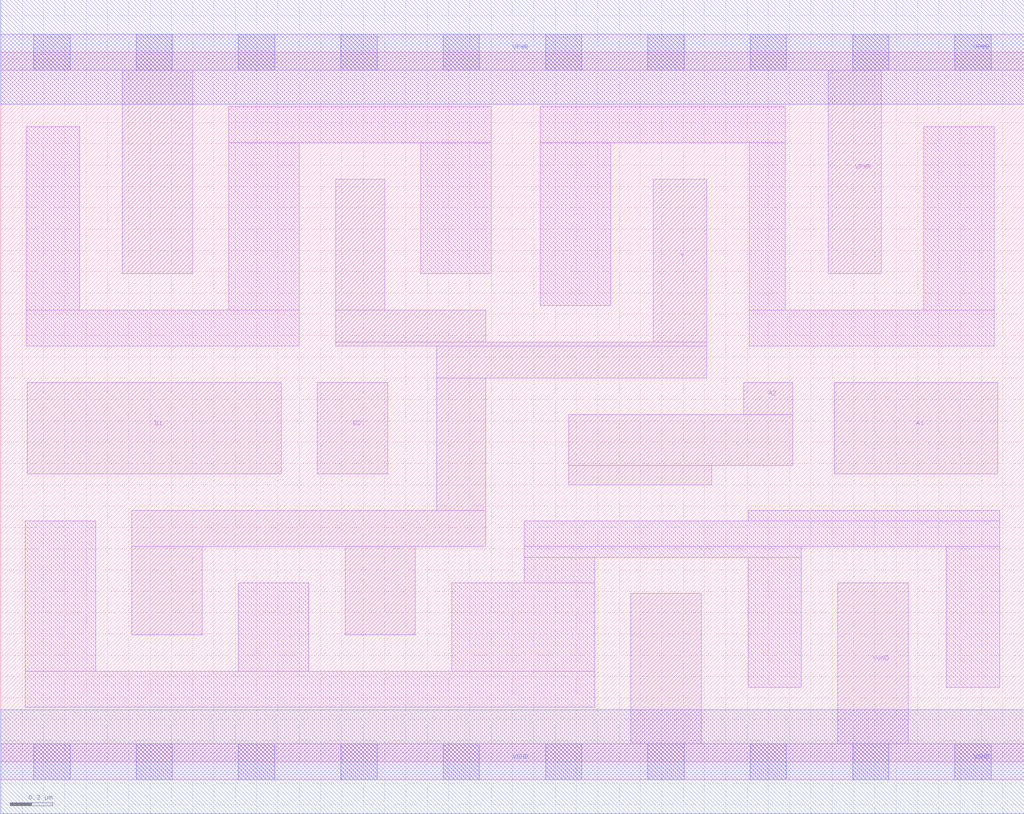
<source format=lef>
# Copyright 2020 The SkyWater PDK Authors
#
# Licensed under the Apache License, Version 2.0 (the "License");
# you may not use this file except in compliance with the License.
# You may obtain a copy of the License at
#
#     https://www.apache.org/licenses/LICENSE-2.0
#
# Unless required by applicable law or agreed to in writing, software
# distributed under the License is distributed on an "AS IS" BASIS,
# WITHOUT WARRANTIES OR CONDITIONS OF ANY KIND, either express or implied.
# See the License for the specific language governing permissions and
# limitations under the License.
#
# SPDX-License-Identifier: Apache-2.0

VERSION 5.7 ;
  NAMESCASESENSITIVE ON ;
  NOWIREEXTENSIONATPIN ON ;
  DIVIDERCHAR "/" ;
  BUSBITCHARS "[]" ;
UNITS
  DATABASE MICRONS 200 ;
END UNITS
MACRO sky130_fd_sc_ms__o22ai_2
  CLASS CORE ;
  SOURCE USER ;
  FOREIGN sky130_fd_sc_ms__o22ai_2 ;
  ORIGIN  0.000000  0.000000 ;
  SIZE  4.800000 BY  3.330000 ;
  SYMMETRY X Y ;
  SITE unit ;
  PIN A1
    ANTENNAGATEAREA  0.625200 ;
    DIRECTION INPUT ;
    USE SIGNAL ;
    PORT
      LAYER li1 ;
        RECT 3.910000 1.350000 4.675000 1.780000 ;
    END
  END A1
  PIN A2
    ANTENNAGATEAREA  0.625200 ;
    DIRECTION INPUT ;
    USE SIGNAL ;
    PORT
      LAYER li1 ;
        RECT 2.665000 1.300000 3.335000 1.390000 ;
        RECT 2.665000 1.390000 3.715000 1.630000 ;
        RECT 3.485000 1.630000 3.715000 1.780000 ;
    END
  END A2
  PIN B1
    ANTENNAGATEAREA  0.625200 ;
    DIRECTION INPUT ;
    USE SIGNAL ;
    PORT
      LAYER li1 ;
        RECT 0.125000 1.350000 1.315000 1.780000 ;
    END
  END B1
  PIN B2
    ANTENNAGATEAREA  0.625200 ;
    DIRECTION INPUT ;
    USE SIGNAL ;
    PORT
      LAYER li1 ;
        RECT 1.485000 1.350000 1.815000 1.780000 ;
    END
  END B2
  PIN Y
    ANTENNADIFFAREA  1.145000 ;
    DIRECTION OUTPUT ;
    USE SIGNAL ;
    PORT
      LAYER li1 ;
        RECT 0.615000 0.595000 0.945000 1.010000 ;
        RECT 0.615000 1.010000 2.275000 1.180000 ;
        RECT 1.570000 1.950000 3.310000 1.970000 ;
        RECT 1.570000 1.970000 2.275000 2.120000 ;
        RECT 1.570000 2.120000 1.800000 2.735000 ;
        RECT 1.615000 0.595000 1.945000 1.010000 ;
        RECT 2.045000 1.180000 2.275000 1.800000 ;
        RECT 2.045000 1.800000 3.310000 1.950000 ;
        RECT 3.060000 1.970000 3.310000 2.735000 ;
    END
  END Y
  PIN VGND
    DIRECTION INOUT ;
    USE GROUND ;
    PORT
      LAYER li1 ;
        RECT 0.000000 -0.085000 4.800000 0.085000 ;
        RECT 2.955000  0.085000 3.285000 0.790000 ;
        RECT 3.925000  0.085000 4.255000 0.840000 ;
      LAYER mcon ;
        RECT 0.155000 -0.085000 0.325000 0.085000 ;
        RECT 0.635000 -0.085000 0.805000 0.085000 ;
        RECT 1.115000 -0.085000 1.285000 0.085000 ;
        RECT 1.595000 -0.085000 1.765000 0.085000 ;
        RECT 2.075000 -0.085000 2.245000 0.085000 ;
        RECT 2.555000 -0.085000 2.725000 0.085000 ;
        RECT 3.035000 -0.085000 3.205000 0.085000 ;
        RECT 3.515000 -0.085000 3.685000 0.085000 ;
        RECT 3.995000 -0.085000 4.165000 0.085000 ;
        RECT 4.475000 -0.085000 4.645000 0.085000 ;
      LAYER met1 ;
        RECT 0.000000 -0.245000 4.800000 0.245000 ;
    END
  END VGND
  PIN VPWR
    DIRECTION INOUT ;
    USE POWER ;
    PORT
      LAYER li1 ;
        RECT 0.000000 3.245000 4.800000 3.415000 ;
        RECT 0.570000 2.290000 0.900000 3.245000 ;
        RECT 3.880000 2.290000 4.130000 3.245000 ;
      LAYER mcon ;
        RECT 0.155000 3.245000 0.325000 3.415000 ;
        RECT 0.635000 3.245000 0.805000 3.415000 ;
        RECT 1.115000 3.245000 1.285000 3.415000 ;
        RECT 1.595000 3.245000 1.765000 3.415000 ;
        RECT 2.075000 3.245000 2.245000 3.415000 ;
        RECT 2.555000 3.245000 2.725000 3.415000 ;
        RECT 3.035000 3.245000 3.205000 3.415000 ;
        RECT 3.515000 3.245000 3.685000 3.415000 ;
        RECT 3.995000 3.245000 4.165000 3.415000 ;
        RECT 4.475000 3.245000 4.645000 3.415000 ;
      LAYER met1 ;
        RECT 0.000000 3.085000 4.800000 3.575000 ;
    END
  END VPWR
  OBS
    LAYER li1 ;
      RECT 0.115000 0.255000 2.785000 0.425000 ;
      RECT 0.115000 0.425000 0.445000 1.130000 ;
      RECT 0.120000 1.950000 1.400000 2.120000 ;
      RECT 0.120000 2.120000 0.370000 2.980000 ;
      RECT 1.070000 2.120000 1.400000 2.905000 ;
      RECT 1.070000 2.905000 2.300000 3.075000 ;
      RECT 1.115000 0.425000 1.445000 0.840000 ;
      RECT 1.970000 2.290000 2.300000 2.905000 ;
      RECT 2.115000 0.425000 2.785000 0.840000 ;
      RECT 2.455000 0.840000 2.785000 0.960000 ;
      RECT 2.455000 0.960000 3.755000 1.010000 ;
      RECT 2.455000 1.010000 4.685000 1.130000 ;
      RECT 2.530000 2.140000 2.860000 2.905000 ;
      RECT 2.530000 2.905000 3.680000 3.075000 ;
      RECT 3.505000 0.350000 3.755000 0.960000 ;
      RECT 3.505000 1.130000 4.685000 1.180000 ;
      RECT 3.510000 1.950000 4.660000 2.120000 ;
      RECT 3.510000 2.120000 3.680000 2.905000 ;
      RECT 4.330000 2.120000 4.660000 2.980000 ;
      RECT 4.435000 0.350000 4.685000 1.010000 ;
  END
END sky130_fd_sc_ms__o22ai_2

</source>
